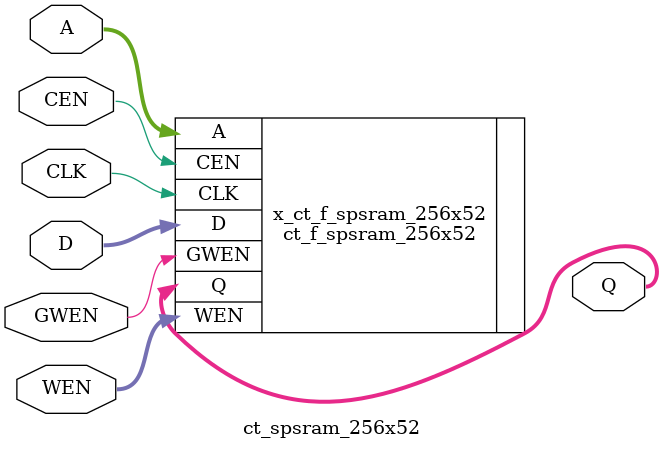
<source format=v>
/*Copyright 2019-2021 T-Head Semiconductor Co., Ltd.

Licensed under the Apache License, Version 2.0 (the "License");
you may not use this file except in compliance with the License.
You may obtain a copy of the License at

    http://www.apache.org/licenses/LICENSE-2.0

Unless required by applicable law or agreed to in writing, software
distributed under the License is distributed on an "AS IS" BASIS,
WITHOUT WARRANTIES OR CONDITIONS OF ANY KIND, either express or implied.
See the License for the specific language governing permissions and
limitations under the License.
*/

// &ModuleBeg; @22
module ct_spsram_256x52(
  A,
  CEN,
  CLK,
  D,
  GWEN,
  Q,
  WEN
);

// &Ports; @23
input   [7 :0]  A;
input           CEN;
input           CLK;
input   [51:0]  D;
input           GWEN;
input   [51:0]  WEN;
output  [51:0]  Q;

// &Regs; @24

// &Wires; @25
wire    [7 :0]  A;
wire            CEN;
wire            CLK;
wire    [51:0]  D;
wire            GWEN;
wire    [51:0]  Q;
wire    [51:0]  WEN;


//**********************************************************
//                  Parameter Definition
//**********************************************************
parameter ADDR_WIDTH = 8;
parameter DATA_WIDTH = 52;
parameter WE_WIDTH   = 52;

// &Force("bus","Q",DATA_WIDTH-1,0); @34
// &Force("bus","WEN",WE_WIDTH-1,0); @35
// &Force("bus","A",ADDR_WIDTH-1,0); @36
// &Force("bus","D",DATA_WIDTH-1,0); @37

  //********************************************************
  //*                        FPGA memory                   *
  //********************************************************

//   &Instance("ct_f_spsram_256x52"); @44
ct_f_spsram_256x52  x_ct_f_spsram_256x52 (
  .A    (A   ),
  .CEN  (CEN ),
  .CLK  (CLK ),
  .D    (D   ),
  .GWEN (GWEN),
  .Q    (Q   ),
  .WEN  (WEN )
);

//   &Instance("ct_tsmc_spsram_256x52"); @51

// &ModuleEnd; @67
endmodule



</source>
